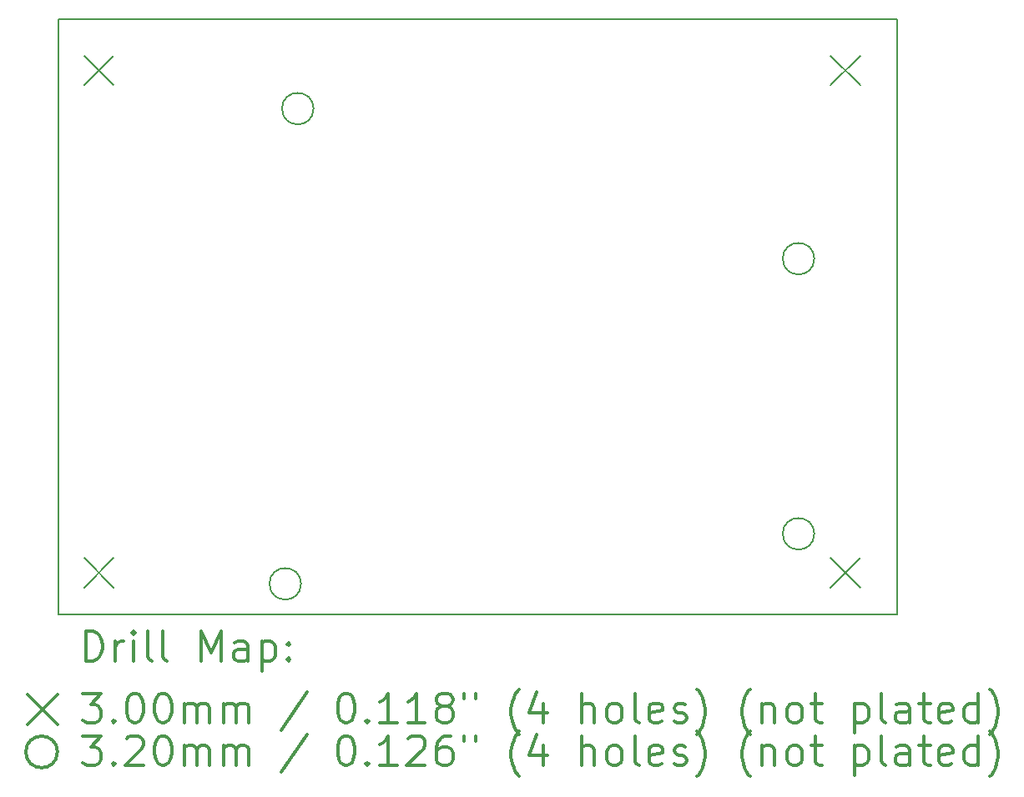
<source format=gbr>
%FSLAX45Y45*%
G04 Gerber Fmt 4.5, Leading zero omitted, Abs format (unit mm)*
G04 Created by KiCad (PCBNEW 5.0.2+dfsg1-1~bpo9+1) date mié 23 jun 2021 00:14:40 -03*
%MOMM*%
%LPD*%
G01*
G04 APERTURE LIST*
%ADD10C,0.150000*%
%ADD11C,0.200000*%
%ADD12C,0.300000*%
G04 APERTURE END LIST*
D10*
X9070000Y-12020000D02*
X9070000Y-5980000D01*
X17580000Y-12020000D02*
X9070000Y-12020000D01*
X17580000Y-5980000D02*
X17580000Y-12020000D01*
X9070000Y-5980000D02*
X17580000Y-5980000D01*
D11*
X9334373Y-6347333D02*
X9634347Y-6647307D01*
X9634347Y-6347333D02*
X9334373Y-6647307D01*
X16908653Y-11447653D02*
X17208627Y-11747627D01*
X17208627Y-11447653D02*
X16908653Y-11747627D01*
X9334373Y-11447653D02*
X9634347Y-11747627D01*
X9634347Y-11447653D02*
X9334373Y-11747627D01*
X16908653Y-6347333D02*
X17208627Y-6647307D01*
X17208627Y-6347333D02*
X16908653Y-6647307D01*
X11534000Y-11710550D02*
G75*
G03X11534000Y-11710550I-160000J0D01*
G01*
X11661000Y-6884550D02*
G75*
G03X11661000Y-6884550I-160000J0D01*
G01*
X16741000Y-8408550D02*
G75*
G03X16741000Y-8408550I-160000J0D01*
G01*
X16741000Y-11202550D02*
G75*
G03X16741000Y-11202550I-160000J0D01*
G01*
D12*
X9348928Y-12493214D02*
X9348928Y-12193214D01*
X9420357Y-12193214D01*
X9463214Y-12207500D01*
X9491786Y-12236071D01*
X9506071Y-12264643D01*
X9520357Y-12321786D01*
X9520357Y-12364643D01*
X9506071Y-12421786D01*
X9491786Y-12450357D01*
X9463214Y-12478929D01*
X9420357Y-12493214D01*
X9348928Y-12493214D01*
X9648928Y-12493214D02*
X9648928Y-12293214D01*
X9648928Y-12350357D02*
X9663214Y-12321786D01*
X9677500Y-12307500D01*
X9706071Y-12293214D01*
X9734643Y-12293214D01*
X9834643Y-12493214D02*
X9834643Y-12293214D01*
X9834643Y-12193214D02*
X9820357Y-12207500D01*
X9834643Y-12221786D01*
X9848928Y-12207500D01*
X9834643Y-12193214D01*
X9834643Y-12221786D01*
X10020357Y-12493214D02*
X9991786Y-12478929D01*
X9977500Y-12450357D01*
X9977500Y-12193214D01*
X10177500Y-12493214D02*
X10148928Y-12478929D01*
X10134643Y-12450357D01*
X10134643Y-12193214D01*
X10520357Y-12493214D02*
X10520357Y-12193214D01*
X10620357Y-12407500D01*
X10720357Y-12193214D01*
X10720357Y-12493214D01*
X10991786Y-12493214D02*
X10991786Y-12336071D01*
X10977500Y-12307500D01*
X10948928Y-12293214D01*
X10891786Y-12293214D01*
X10863214Y-12307500D01*
X10991786Y-12478929D02*
X10963214Y-12493214D01*
X10891786Y-12493214D01*
X10863214Y-12478929D01*
X10848928Y-12450357D01*
X10848928Y-12421786D01*
X10863214Y-12393214D01*
X10891786Y-12378929D01*
X10963214Y-12378929D01*
X10991786Y-12364643D01*
X11134643Y-12293214D02*
X11134643Y-12593214D01*
X11134643Y-12307500D02*
X11163214Y-12293214D01*
X11220357Y-12293214D01*
X11248928Y-12307500D01*
X11263214Y-12321786D01*
X11277500Y-12350357D01*
X11277500Y-12436071D01*
X11263214Y-12464643D01*
X11248928Y-12478929D01*
X11220357Y-12493214D01*
X11163214Y-12493214D01*
X11134643Y-12478929D01*
X11406071Y-12464643D02*
X11420357Y-12478929D01*
X11406071Y-12493214D01*
X11391786Y-12478929D01*
X11406071Y-12464643D01*
X11406071Y-12493214D01*
X11406071Y-12307500D02*
X11420357Y-12321786D01*
X11406071Y-12336071D01*
X11391786Y-12321786D01*
X11406071Y-12307500D01*
X11406071Y-12336071D01*
X8762526Y-12837513D02*
X9062500Y-13137487D01*
X9062500Y-12837513D02*
X8762526Y-13137487D01*
X9320357Y-12823214D02*
X9506071Y-12823214D01*
X9406071Y-12937500D01*
X9448928Y-12937500D01*
X9477500Y-12951786D01*
X9491786Y-12966071D01*
X9506071Y-12994643D01*
X9506071Y-13066071D01*
X9491786Y-13094643D01*
X9477500Y-13108929D01*
X9448928Y-13123214D01*
X9363214Y-13123214D01*
X9334643Y-13108929D01*
X9320357Y-13094643D01*
X9634643Y-13094643D02*
X9648928Y-13108929D01*
X9634643Y-13123214D01*
X9620357Y-13108929D01*
X9634643Y-13094643D01*
X9634643Y-13123214D01*
X9834643Y-12823214D02*
X9863214Y-12823214D01*
X9891786Y-12837500D01*
X9906071Y-12851786D01*
X9920357Y-12880357D01*
X9934643Y-12937500D01*
X9934643Y-13008929D01*
X9920357Y-13066071D01*
X9906071Y-13094643D01*
X9891786Y-13108929D01*
X9863214Y-13123214D01*
X9834643Y-13123214D01*
X9806071Y-13108929D01*
X9791786Y-13094643D01*
X9777500Y-13066071D01*
X9763214Y-13008929D01*
X9763214Y-12937500D01*
X9777500Y-12880357D01*
X9791786Y-12851786D01*
X9806071Y-12837500D01*
X9834643Y-12823214D01*
X10120357Y-12823214D02*
X10148928Y-12823214D01*
X10177500Y-12837500D01*
X10191786Y-12851786D01*
X10206071Y-12880357D01*
X10220357Y-12937500D01*
X10220357Y-13008929D01*
X10206071Y-13066071D01*
X10191786Y-13094643D01*
X10177500Y-13108929D01*
X10148928Y-13123214D01*
X10120357Y-13123214D01*
X10091786Y-13108929D01*
X10077500Y-13094643D01*
X10063214Y-13066071D01*
X10048928Y-13008929D01*
X10048928Y-12937500D01*
X10063214Y-12880357D01*
X10077500Y-12851786D01*
X10091786Y-12837500D01*
X10120357Y-12823214D01*
X10348928Y-13123214D02*
X10348928Y-12923214D01*
X10348928Y-12951786D02*
X10363214Y-12937500D01*
X10391786Y-12923214D01*
X10434643Y-12923214D01*
X10463214Y-12937500D01*
X10477500Y-12966071D01*
X10477500Y-13123214D01*
X10477500Y-12966071D02*
X10491786Y-12937500D01*
X10520357Y-12923214D01*
X10563214Y-12923214D01*
X10591786Y-12937500D01*
X10606071Y-12966071D01*
X10606071Y-13123214D01*
X10748928Y-13123214D02*
X10748928Y-12923214D01*
X10748928Y-12951786D02*
X10763214Y-12937500D01*
X10791786Y-12923214D01*
X10834643Y-12923214D01*
X10863214Y-12937500D01*
X10877500Y-12966071D01*
X10877500Y-13123214D01*
X10877500Y-12966071D02*
X10891786Y-12937500D01*
X10920357Y-12923214D01*
X10963214Y-12923214D01*
X10991786Y-12937500D01*
X11006071Y-12966071D01*
X11006071Y-13123214D01*
X11591786Y-12808929D02*
X11334643Y-13194643D01*
X11977500Y-12823214D02*
X12006071Y-12823214D01*
X12034643Y-12837500D01*
X12048928Y-12851786D01*
X12063214Y-12880357D01*
X12077500Y-12937500D01*
X12077500Y-13008929D01*
X12063214Y-13066071D01*
X12048928Y-13094643D01*
X12034643Y-13108929D01*
X12006071Y-13123214D01*
X11977500Y-13123214D01*
X11948928Y-13108929D01*
X11934643Y-13094643D01*
X11920357Y-13066071D01*
X11906071Y-13008929D01*
X11906071Y-12937500D01*
X11920357Y-12880357D01*
X11934643Y-12851786D01*
X11948928Y-12837500D01*
X11977500Y-12823214D01*
X12206071Y-13094643D02*
X12220357Y-13108929D01*
X12206071Y-13123214D01*
X12191786Y-13108929D01*
X12206071Y-13094643D01*
X12206071Y-13123214D01*
X12506071Y-13123214D02*
X12334643Y-13123214D01*
X12420357Y-13123214D02*
X12420357Y-12823214D01*
X12391786Y-12866071D01*
X12363214Y-12894643D01*
X12334643Y-12908929D01*
X12791786Y-13123214D02*
X12620357Y-13123214D01*
X12706071Y-13123214D02*
X12706071Y-12823214D01*
X12677500Y-12866071D01*
X12648928Y-12894643D01*
X12620357Y-12908929D01*
X12963214Y-12951786D02*
X12934643Y-12937500D01*
X12920357Y-12923214D01*
X12906071Y-12894643D01*
X12906071Y-12880357D01*
X12920357Y-12851786D01*
X12934643Y-12837500D01*
X12963214Y-12823214D01*
X13020357Y-12823214D01*
X13048928Y-12837500D01*
X13063214Y-12851786D01*
X13077500Y-12880357D01*
X13077500Y-12894643D01*
X13063214Y-12923214D01*
X13048928Y-12937500D01*
X13020357Y-12951786D01*
X12963214Y-12951786D01*
X12934643Y-12966071D01*
X12920357Y-12980357D01*
X12906071Y-13008929D01*
X12906071Y-13066071D01*
X12920357Y-13094643D01*
X12934643Y-13108929D01*
X12963214Y-13123214D01*
X13020357Y-13123214D01*
X13048928Y-13108929D01*
X13063214Y-13094643D01*
X13077500Y-13066071D01*
X13077500Y-13008929D01*
X13063214Y-12980357D01*
X13048928Y-12966071D01*
X13020357Y-12951786D01*
X13191786Y-12823214D02*
X13191786Y-12880357D01*
X13306071Y-12823214D02*
X13306071Y-12880357D01*
X13748928Y-13237500D02*
X13734643Y-13223214D01*
X13706071Y-13180357D01*
X13691786Y-13151786D01*
X13677500Y-13108929D01*
X13663214Y-13037500D01*
X13663214Y-12980357D01*
X13677500Y-12908929D01*
X13691786Y-12866071D01*
X13706071Y-12837500D01*
X13734643Y-12794643D01*
X13748928Y-12780357D01*
X13991786Y-12923214D02*
X13991786Y-13123214D01*
X13920357Y-12808929D02*
X13848928Y-13023214D01*
X14034643Y-13023214D01*
X14377500Y-13123214D02*
X14377500Y-12823214D01*
X14506071Y-13123214D02*
X14506071Y-12966071D01*
X14491786Y-12937500D01*
X14463214Y-12923214D01*
X14420357Y-12923214D01*
X14391786Y-12937500D01*
X14377500Y-12951786D01*
X14691786Y-13123214D02*
X14663214Y-13108929D01*
X14648928Y-13094643D01*
X14634643Y-13066071D01*
X14634643Y-12980357D01*
X14648928Y-12951786D01*
X14663214Y-12937500D01*
X14691786Y-12923214D01*
X14734643Y-12923214D01*
X14763214Y-12937500D01*
X14777500Y-12951786D01*
X14791786Y-12980357D01*
X14791786Y-13066071D01*
X14777500Y-13094643D01*
X14763214Y-13108929D01*
X14734643Y-13123214D01*
X14691786Y-13123214D01*
X14963214Y-13123214D02*
X14934643Y-13108929D01*
X14920357Y-13080357D01*
X14920357Y-12823214D01*
X15191786Y-13108929D02*
X15163214Y-13123214D01*
X15106071Y-13123214D01*
X15077500Y-13108929D01*
X15063214Y-13080357D01*
X15063214Y-12966071D01*
X15077500Y-12937500D01*
X15106071Y-12923214D01*
X15163214Y-12923214D01*
X15191786Y-12937500D01*
X15206071Y-12966071D01*
X15206071Y-12994643D01*
X15063214Y-13023214D01*
X15320357Y-13108929D02*
X15348928Y-13123214D01*
X15406071Y-13123214D01*
X15434643Y-13108929D01*
X15448928Y-13080357D01*
X15448928Y-13066071D01*
X15434643Y-13037500D01*
X15406071Y-13023214D01*
X15363214Y-13023214D01*
X15334643Y-13008929D01*
X15320357Y-12980357D01*
X15320357Y-12966071D01*
X15334643Y-12937500D01*
X15363214Y-12923214D01*
X15406071Y-12923214D01*
X15434643Y-12937500D01*
X15548928Y-13237500D02*
X15563214Y-13223214D01*
X15591786Y-13180357D01*
X15606071Y-13151786D01*
X15620357Y-13108929D01*
X15634643Y-13037500D01*
X15634643Y-12980357D01*
X15620357Y-12908929D01*
X15606071Y-12866071D01*
X15591786Y-12837500D01*
X15563214Y-12794643D01*
X15548928Y-12780357D01*
X16091786Y-13237500D02*
X16077500Y-13223214D01*
X16048928Y-13180357D01*
X16034643Y-13151786D01*
X16020357Y-13108929D01*
X16006071Y-13037500D01*
X16006071Y-12980357D01*
X16020357Y-12908929D01*
X16034643Y-12866071D01*
X16048928Y-12837500D01*
X16077500Y-12794643D01*
X16091786Y-12780357D01*
X16206071Y-12923214D02*
X16206071Y-13123214D01*
X16206071Y-12951786D02*
X16220357Y-12937500D01*
X16248928Y-12923214D01*
X16291786Y-12923214D01*
X16320357Y-12937500D01*
X16334643Y-12966071D01*
X16334643Y-13123214D01*
X16520357Y-13123214D02*
X16491786Y-13108929D01*
X16477500Y-13094643D01*
X16463214Y-13066071D01*
X16463214Y-12980357D01*
X16477500Y-12951786D01*
X16491786Y-12937500D01*
X16520357Y-12923214D01*
X16563214Y-12923214D01*
X16591786Y-12937500D01*
X16606071Y-12951786D01*
X16620357Y-12980357D01*
X16620357Y-13066071D01*
X16606071Y-13094643D01*
X16591786Y-13108929D01*
X16563214Y-13123214D01*
X16520357Y-13123214D01*
X16706071Y-12923214D02*
X16820357Y-12923214D01*
X16748928Y-12823214D02*
X16748928Y-13080357D01*
X16763214Y-13108929D01*
X16791786Y-13123214D01*
X16820357Y-13123214D01*
X17148928Y-12923214D02*
X17148928Y-13223214D01*
X17148928Y-12937500D02*
X17177500Y-12923214D01*
X17234643Y-12923214D01*
X17263214Y-12937500D01*
X17277500Y-12951786D01*
X17291786Y-12980357D01*
X17291786Y-13066071D01*
X17277500Y-13094643D01*
X17263214Y-13108929D01*
X17234643Y-13123214D01*
X17177500Y-13123214D01*
X17148928Y-13108929D01*
X17463214Y-13123214D02*
X17434643Y-13108929D01*
X17420357Y-13080357D01*
X17420357Y-12823214D01*
X17706071Y-13123214D02*
X17706071Y-12966071D01*
X17691786Y-12937500D01*
X17663214Y-12923214D01*
X17606071Y-12923214D01*
X17577500Y-12937500D01*
X17706071Y-13108929D02*
X17677500Y-13123214D01*
X17606071Y-13123214D01*
X17577500Y-13108929D01*
X17563214Y-13080357D01*
X17563214Y-13051786D01*
X17577500Y-13023214D01*
X17606071Y-13008929D01*
X17677500Y-13008929D01*
X17706071Y-12994643D01*
X17806071Y-12923214D02*
X17920357Y-12923214D01*
X17848928Y-12823214D02*
X17848928Y-13080357D01*
X17863214Y-13108929D01*
X17891786Y-13123214D01*
X17920357Y-13123214D01*
X18134643Y-13108929D02*
X18106071Y-13123214D01*
X18048928Y-13123214D01*
X18020357Y-13108929D01*
X18006071Y-13080357D01*
X18006071Y-12966071D01*
X18020357Y-12937500D01*
X18048928Y-12923214D01*
X18106071Y-12923214D01*
X18134643Y-12937500D01*
X18148928Y-12966071D01*
X18148928Y-12994643D01*
X18006071Y-13023214D01*
X18406071Y-13123214D02*
X18406071Y-12823214D01*
X18406071Y-13108929D02*
X18377500Y-13123214D01*
X18320357Y-13123214D01*
X18291786Y-13108929D01*
X18277500Y-13094643D01*
X18263214Y-13066071D01*
X18263214Y-12980357D01*
X18277500Y-12951786D01*
X18291786Y-12937500D01*
X18320357Y-12923214D01*
X18377500Y-12923214D01*
X18406071Y-12937500D01*
X18520357Y-13237500D02*
X18534643Y-13223214D01*
X18563214Y-13180357D01*
X18577500Y-13151786D01*
X18591786Y-13108929D01*
X18606071Y-13037500D01*
X18606071Y-12980357D01*
X18591786Y-12908929D01*
X18577500Y-12866071D01*
X18563214Y-12837500D01*
X18534643Y-12794643D01*
X18520357Y-12780357D01*
X9062500Y-13417474D02*
G75*
G03X9062500Y-13417474I-160000J0D01*
G01*
X9320357Y-13253188D02*
X9506071Y-13253188D01*
X9406071Y-13367474D01*
X9448928Y-13367474D01*
X9477500Y-13381760D01*
X9491786Y-13396045D01*
X9506071Y-13424617D01*
X9506071Y-13496045D01*
X9491786Y-13524617D01*
X9477500Y-13538903D01*
X9448928Y-13553188D01*
X9363214Y-13553188D01*
X9334643Y-13538903D01*
X9320357Y-13524617D01*
X9634643Y-13524617D02*
X9648928Y-13538903D01*
X9634643Y-13553188D01*
X9620357Y-13538903D01*
X9634643Y-13524617D01*
X9634643Y-13553188D01*
X9763214Y-13281760D02*
X9777500Y-13267474D01*
X9806071Y-13253188D01*
X9877500Y-13253188D01*
X9906071Y-13267474D01*
X9920357Y-13281760D01*
X9934643Y-13310331D01*
X9934643Y-13338903D01*
X9920357Y-13381760D01*
X9748928Y-13553188D01*
X9934643Y-13553188D01*
X10120357Y-13253188D02*
X10148928Y-13253188D01*
X10177500Y-13267474D01*
X10191786Y-13281760D01*
X10206071Y-13310331D01*
X10220357Y-13367474D01*
X10220357Y-13438903D01*
X10206071Y-13496045D01*
X10191786Y-13524617D01*
X10177500Y-13538903D01*
X10148928Y-13553188D01*
X10120357Y-13553188D01*
X10091786Y-13538903D01*
X10077500Y-13524617D01*
X10063214Y-13496045D01*
X10048928Y-13438903D01*
X10048928Y-13367474D01*
X10063214Y-13310331D01*
X10077500Y-13281760D01*
X10091786Y-13267474D01*
X10120357Y-13253188D01*
X10348928Y-13553188D02*
X10348928Y-13353188D01*
X10348928Y-13381760D02*
X10363214Y-13367474D01*
X10391786Y-13353188D01*
X10434643Y-13353188D01*
X10463214Y-13367474D01*
X10477500Y-13396045D01*
X10477500Y-13553188D01*
X10477500Y-13396045D02*
X10491786Y-13367474D01*
X10520357Y-13353188D01*
X10563214Y-13353188D01*
X10591786Y-13367474D01*
X10606071Y-13396045D01*
X10606071Y-13553188D01*
X10748928Y-13553188D02*
X10748928Y-13353188D01*
X10748928Y-13381760D02*
X10763214Y-13367474D01*
X10791786Y-13353188D01*
X10834643Y-13353188D01*
X10863214Y-13367474D01*
X10877500Y-13396045D01*
X10877500Y-13553188D01*
X10877500Y-13396045D02*
X10891786Y-13367474D01*
X10920357Y-13353188D01*
X10963214Y-13353188D01*
X10991786Y-13367474D01*
X11006071Y-13396045D01*
X11006071Y-13553188D01*
X11591786Y-13238903D02*
X11334643Y-13624617D01*
X11977500Y-13253188D02*
X12006071Y-13253188D01*
X12034643Y-13267474D01*
X12048928Y-13281760D01*
X12063214Y-13310331D01*
X12077500Y-13367474D01*
X12077500Y-13438903D01*
X12063214Y-13496045D01*
X12048928Y-13524617D01*
X12034643Y-13538903D01*
X12006071Y-13553188D01*
X11977500Y-13553188D01*
X11948928Y-13538903D01*
X11934643Y-13524617D01*
X11920357Y-13496045D01*
X11906071Y-13438903D01*
X11906071Y-13367474D01*
X11920357Y-13310331D01*
X11934643Y-13281760D01*
X11948928Y-13267474D01*
X11977500Y-13253188D01*
X12206071Y-13524617D02*
X12220357Y-13538903D01*
X12206071Y-13553188D01*
X12191786Y-13538903D01*
X12206071Y-13524617D01*
X12206071Y-13553188D01*
X12506071Y-13553188D02*
X12334643Y-13553188D01*
X12420357Y-13553188D02*
X12420357Y-13253188D01*
X12391786Y-13296045D01*
X12363214Y-13324617D01*
X12334643Y-13338903D01*
X12620357Y-13281760D02*
X12634643Y-13267474D01*
X12663214Y-13253188D01*
X12734643Y-13253188D01*
X12763214Y-13267474D01*
X12777500Y-13281760D01*
X12791786Y-13310331D01*
X12791786Y-13338903D01*
X12777500Y-13381760D01*
X12606071Y-13553188D01*
X12791786Y-13553188D01*
X13048928Y-13253188D02*
X12991786Y-13253188D01*
X12963214Y-13267474D01*
X12948928Y-13281760D01*
X12920357Y-13324617D01*
X12906071Y-13381760D01*
X12906071Y-13496045D01*
X12920357Y-13524617D01*
X12934643Y-13538903D01*
X12963214Y-13553188D01*
X13020357Y-13553188D01*
X13048928Y-13538903D01*
X13063214Y-13524617D01*
X13077500Y-13496045D01*
X13077500Y-13424617D01*
X13063214Y-13396045D01*
X13048928Y-13381760D01*
X13020357Y-13367474D01*
X12963214Y-13367474D01*
X12934643Y-13381760D01*
X12920357Y-13396045D01*
X12906071Y-13424617D01*
X13191786Y-13253188D02*
X13191786Y-13310331D01*
X13306071Y-13253188D02*
X13306071Y-13310331D01*
X13748928Y-13667474D02*
X13734643Y-13653188D01*
X13706071Y-13610331D01*
X13691786Y-13581760D01*
X13677500Y-13538903D01*
X13663214Y-13467474D01*
X13663214Y-13410331D01*
X13677500Y-13338903D01*
X13691786Y-13296045D01*
X13706071Y-13267474D01*
X13734643Y-13224617D01*
X13748928Y-13210331D01*
X13991786Y-13353188D02*
X13991786Y-13553188D01*
X13920357Y-13238903D02*
X13848928Y-13453188D01*
X14034643Y-13453188D01*
X14377500Y-13553188D02*
X14377500Y-13253188D01*
X14506071Y-13553188D02*
X14506071Y-13396045D01*
X14491786Y-13367474D01*
X14463214Y-13353188D01*
X14420357Y-13353188D01*
X14391786Y-13367474D01*
X14377500Y-13381760D01*
X14691786Y-13553188D02*
X14663214Y-13538903D01*
X14648928Y-13524617D01*
X14634643Y-13496045D01*
X14634643Y-13410331D01*
X14648928Y-13381760D01*
X14663214Y-13367474D01*
X14691786Y-13353188D01*
X14734643Y-13353188D01*
X14763214Y-13367474D01*
X14777500Y-13381760D01*
X14791786Y-13410331D01*
X14791786Y-13496045D01*
X14777500Y-13524617D01*
X14763214Y-13538903D01*
X14734643Y-13553188D01*
X14691786Y-13553188D01*
X14963214Y-13553188D02*
X14934643Y-13538903D01*
X14920357Y-13510331D01*
X14920357Y-13253188D01*
X15191786Y-13538903D02*
X15163214Y-13553188D01*
X15106071Y-13553188D01*
X15077500Y-13538903D01*
X15063214Y-13510331D01*
X15063214Y-13396045D01*
X15077500Y-13367474D01*
X15106071Y-13353188D01*
X15163214Y-13353188D01*
X15191786Y-13367474D01*
X15206071Y-13396045D01*
X15206071Y-13424617D01*
X15063214Y-13453188D01*
X15320357Y-13538903D02*
X15348928Y-13553188D01*
X15406071Y-13553188D01*
X15434643Y-13538903D01*
X15448928Y-13510331D01*
X15448928Y-13496045D01*
X15434643Y-13467474D01*
X15406071Y-13453188D01*
X15363214Y-13453188D01*
X15334643Y-13438903D01*
X15320357Y-13410331D01*
X15320357Y-13396045D01*
X15334643Y-13367474D01*
X15363214Y-13353188D01*
X15406071Y-13353188D01*
X15434643Y-13367474D01*
X15548928Y-13667474D02*
X15563214Y-13653188D01*
X15591786Y-13610331D01*
X15606071Y-13581760D01*
X15620357Y-13538903D01*
X15634643Y-13467474D01*
X15634643Y-13410331D01*
X15620357Y-13338903D01*
X15606071Y-13296045D01*
X15591786Y-13267474D01*
X15563214Y-13224617D01*
X15548928Y-13210331D01*
X16091786Y-13667474D02*
X16077500Y-13653188D01*
X16048928Y-13610331D01*
X16034643Y-13581760D01*
X16020357Y-13538903D01*
X16006071Y-13467474D01*
X16006071Y-13410331D01*
X16020357Y-13338903D01*
X16034643Y-13296045D01*
X16048928Y-13267474D01*
X16077500Y-13224617D01*
X16091786Y-13210331D01*
X16206071Y-13353188D02*
X16206071Y-13553188D01*
X16206071Y-13381760D02*
X16220357Y-13367474D01*
X16248928Y-13353188D01*
X16291786Y-13353188D01*
X16320357Y-13367474D01*
X16334643Y-13396045D01*
X16334643Y-13553188D01*
X16520357Y-13553188D02*
X16491786Y-13538903D01*
X16477500Y-13524617D01*
X16463214Y-13496045D01*
X16463214Y-13410331D01*
X16477500Y-13381760D01*
X16491786Y-13367474D01*
X16520357Y-13353188D01*
X16563214Y-13353188D01*
X16591786Y-13367474D01*
X16606071Y-13381760D01*
X16620357Y-13410331D01*
X16620357Y-13496045D01*
X16606071Y-13524617D01*
X16591786Y-13538903D01*
X16563214Y-13553188D01*
X16520357Y-13553188D01*
X16706071Y-13353188D02*
X16820357Y-13353188D01*
X16748928Y-13253188D02*
X16748928Y-13510331D01*
X16763214Y-13538903D01*
X16791786Y-13553188D01*
X16820357Y-13553188D01*
X17148928Y-13353188D02*
X17148928Y-13653188D01*
X17148928Y-13367474D02*
X17177500Y-13353188D01*
X17234643Y-13353188D01*
X17263214Y-13367474D01*
X17277500Y-13381760D01*
X17291786Y-13410331D01*
X17291786Y-13496045D01*
X17277500Y-13524617D01*
X17263214Y-13538903D01*
X17234643Y-13553188D01*
X17177500Y-13553188D01*
X17148928Y-13538903D01*
X17463214Y-13553188D02*
X17434643Y-13538903D01*
X17420357Y-13510331D01*
X17420357Y-13253188D01*
X17706071Y-13553188D02*
X17706071Y-13396045D01*
X17691786Y-13367474D01*
X17663214Y-13353188D01*
X17606071Y-13353188D01*
X17577500Y-13367474D01*
X17706071Y-13538903D02*
X17677500Y-13553188D01*
X17606071Y-13553188D01*
X17577500Y-13538903D01*
X17563214Y-13510331D01*
X17563214Y-13481760D01*
X17577500Y-13453188D01*
X17606071Y-13438903D01*
X17677500Y-13438903D01*
X17706071Y-13424617D01*
X17806071Y-13353188D02*
X17920357Y-13353188D01*
X17848928Y-13253188D02*
X17848928Y-13510331D01*
X17863214Y-13538903D01*
X17891786Y-13553188D01*
X17920357Y-13553188D01*
X18134643Y-13538903D02*
X18106071Y-13553188D01*
X18048928Y-13553188D01*
X18020357Y-13538903D01*
X18006071Y-13510331D01*
X18006071Y-13396045D01*
X18020357Y-13367474D01*
X18048928Y-13353188D01*
X18106071Y-13353188D01*
X18134643Y-13367474D01*
X18148928Y-13396045D01*
X18148928Y-13424617D01*
X18006071Y-13453188D01*
X18406071Y-13553188D02*
X18406071Y-13253188D01*
X18406071Y-13538903D02*
X18377500Y-13553188D01*
X18320357Y-13553188D01*
X18291786Y-13538903D01*
X18277500Y-13524617D01*
X18263214Y-13496045D01*
X18263214Y-13410331D01*
X18277500Y-13381760D01*
X18291786Y-13367474D01*
X18320357Y-13353188D01*
X18377500Y-13353188D01*
X18406071Y-13367474D01*
X18520357Y-13667474D02*
X18534643Y-13653188D01*
X18563214Y-13610331D01*
X18577500Y-13581760D01*
X18591786Y-13538903D01*
X18606071Y-13467474D01*
X18606071Y-13410331D01*
X18591786Y-13338903D01*
X18577500Y-13296045D01*
X18563214Y-13267474D01*
X18534643Y-13224617D01*
X18520357Y-13210331D01*
M02*

</source>
